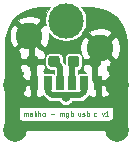
<source format=gbr>
%TF.GenerationSoftware,KiCad,Pcbnew,(5.1.10)-1*%
%TF.CreationDate,2021-08-30T23:33:42-07:00*%
%TF.ProjectId,MGB_USB_C,4d47425f-5553-4425-9f43-2e6b69636164,rev?*%
%TF.SameCoordinates,Original*%
%TF.FileFunction,Copper,L1,Top*%
%TF.FilePolarity,Positive*%
%FSLAX46Y46*%
G04 Gerber Fmt 4.6, Leading zero omitted, Abs format (unit mm)*
G04 Created by KiCad (PCBNEW (5.1.10)-1) date 2021-08-30 23:33:42*
%MOMM*%
%LPD*%
G01*
G04 APERTURE LIST*
%TA.AperFunction,NonConductor*%
%ADD10C,0.100000*%
%TD*%
%TA.AperFunction,SMDPad,CuDef*%
%ADD11R,0.700000X1.200000*%
%TD*%
%TA.AperFunction,SMDPad,CuDef*%
%ADD12R,0.760000X1.200000*%
%TD*%
%TA.AperFunction,SMDPad,CuDef*%
%ADD13R,0.800000X1.200000*%
%TD*%
%TA.AperFunction,ComponentPad*%
%ADD14C,2.000000*%
%TD*%
%TA.AperFunction,ComponentPad*%
%ADD15C,2.250000*%
%TD*%
%TA.AperFunction,ComponentPad*%
%ADD16C,3.000000*%
%TD*%
%TA.AperFunction,ViaPad*%
%ADD17C,0.800000*%
%TD*%
%TA.AperFunction,Conductor*%
%ADD18C,0.500000*%
%TD*%
%TA.AperFunction,Conductor*%
%ADD19C,0.100000*%
%TD*%
G04 APERTURE END LIST*
D10*
X142116619Y-105082952D02*
X142116619Y-104816285D01*
X142116619Y-104854380D02*
X142135666Y-104835333D01*
X142173761Y-104816285D01*
X142230904Y-104816285D01*
X142269000Y-104835333D01*
X142288047Y-104873428D01*
X142288047Y-105082952D01*
X142288047Y-104873428D02*
X142307095Y-104835333D01*
X142345190Y-104816285D01*
X142402333Y-104816285D01*
X142440428Y-104835333D01*
X142459476Y-104873428D01*
X142459476Y-105082952D01*
X142821380Y-105082952D02*
X142821380Y-104873428D01*
X142802333Y-104835333D01*
X142764238Y-104816285D01*
X142688047Y-104816285D01*
X142649952Y-104835333D01*
X142821380Y-105063904D02*
X142783285Y-105082952D01*
X142688047Y-105082952D01*
X142649952Y-105063904D01*
X142630904Y-105025809D01*
X142630904Y-104987714D01*
X142649952Y-104949619D01*
X142688047Y-104930571D01*
X142783285Y-104930571D01*
X142821380Y-104911523D01*
X143011857Y-105082952D02*
X143011857Y-104682952D01*
X143049952Y-104930571D02*
X143164238Y-105082952D01*
X143164238Y-104816285D02*
X143011857Y-104968666D01*
X143335666Y-105082952D02*
X143335666Y-104682952D01*
X143507095Y-105082952D02*
X143507095Y-104873428D01*
X143488047Y-104835333D01*
X143449952Y-104816285D01*
X143392809Y-104816285D01*
X143354714Y-104835333D01*
X143335666Y-104854380D01*
X143754714Y-105082952D02*
X143716619Y-105063904D01*
X143697571Y-105044857D01*
X143678523Y-105006761D01*
X143678523Y-104892476D01*
X143697571Y-104854380D01*
X143716619Y-104835333D01*
X143754714Y-104816285D01*
X143811857Y-104816285D01*
X143849952Y-104835333D01*
X143869000Y-104854380D01*
X143888047Y-104892476D01*
X143888047Y-105006761D01*
X143869000Y-105044857D01*
X143849952Y-105063904D01*
X143811857Y-105082952D01*
X143754714Y-105082952D01*
X144364238Y-104930571D02*
X144669000Y-104930571D01*
X145164238Y-105082952D02*
X145164238Y-104816285D01*
X145164238Y-104854380D02*
X145183285Y-104835333D01*
X145221380Y-104816285D01*
X145278523Y-104816285D01*
X145316619Y-104835333D01*
X145335666Y-104873428D01*
X145335666Y-105082952D01*
X145335666Y-104873428D02*
X145354714Y-104835333D01*
X145392809Y-104816285D01*
X145449952Y-104816285D01*
X145488047Y-104835333D01*
X145507095Y-104873428D01*
X145507095Y-105082952D01*
X145869000Y-104816285D02*
X145869000Y-105140095D01*
X145849952Y-105178190D01*
X145830904Y-105197238D01*
X145792809Y-105216285D01*
X145735666Y-105216285D01*
X145697571Y-105197238D01*
X145869000Y-105063904D02*
X145830904Y-105082952D01*
X145754714Y-105082952D01*
X145716619Y-105063904D01*
X145697571Y-105044857D01*
X145678523Y-105006761D01*
X145678523Y-104892476D01*
X145697571Y-104854380D01*
X145716619Y-104835333D01*
X145754714Y-104816285D01*
X145830904Y-104816285D01*
X145869000Y-104835333D01*
X146059476Y-105082952D02*
X146059476Y-104682952D01*
X146059476Y-104835333D02*
X146097571Y-104816285D01*
X146173761Y-104816285D01*
X146211857Y-104835333D01*
X146230904Y-104854380D01*
X146249952Y-104892476D01*
X146249952Y-105006761D01*
X146230904Y-105044857D01*
X146211857Y-105063904D01*
X146173761Y-105082952D01*
X146097571Y-105082952D01*
X146059476Y-105063904D01*
X146897571Y-104816285D02*
X146897571Y-105082952D01*
X146726142Y-104816285D02*
X146726142Y-105025809D01*
X146745190Y-105063904D01*
X146783285Y-105082952D01*
X146840428Y-105082952D01*
X146878523Y-105063904D01*
X146897571Y-105044857D01*
X147069000Y-105063904D02*
X147107095Y-105082952D01*
X147183285Y-105082952D01*
X147221380Y-105063904D01*
X147240428Y-105025809D01*
X147240428Y-105006761D01*
X147221380Y-104968666D01*
X147183285Y-104949619D01*
X147126142Y-104949619D01*
X147088047Y-104930571D01*
X147069000Y-104892476D01*
X147069000Y-104873428D01*
X147088047Y-104835333D01*
X147126142Y-104816285D01*
X147183285Y-104816285D01*
X147221380Y-104835333D01*
X147411857Y-105082952D02*
X147411857Y-104682952D01*
X147411857Y-104835333D02*
X147449952Y-104816285D01*
X147526142Y-104816285D01*
X147564238Y-104835333D01*
X147583285Y-104854380D01*
X147602333Y-104892476D01*
X147602333Y-105006761D01*
X147583285Y-105044857D01*
X147564238Y-105063904D01*
X147526142Y-105082952D01*
X147449952Y-105082952D01*
X147411857Y-105063904D01*
X148249952Y-105063904D02*
X148211857Y-105082952D01*
X148135666Y-105082952D01*
X148097571Y-105063904D01*
X148078523Y-105044857D01*
X148059476Y-105006761D01*
X148059476Y-104892476D01*
X148078523Y-104854380D01*
X148097571Y-104835333D01*
X148135666Y-104816285D01*
X148211857Y-104816285D01*
X148249952Y-104835333D01*
X148688047Y-104816285D02*
X148783285Y-105082952D01*
X148878523Y-104816285D01*
X149240428Y-105082952D02*
X149011857Y-105082952D01*
X149126142Y-105082952D02*
X149126142Y-104682952D01*
X149088047Y-104740095D01*
X149049952Y-104778190D01*
X149011857Y-104797238D01*
%TO.P,R2,2*%
%TO.N,Net-(P1-PadB5)*%
%TA.AperFunction,SMDPad,CuDef*%
G36*
G01*
X146796580Y-100227120D02*
X146796580Y-100702120D01*
G75*
G02*
X146559080Y-100939620I-237500J0D01*
G01*
X146059080Y-100939620D01*
G75*
G02*
X145821580Y-100702120I0J237500D01*
G01*
X145821580Y-100227120D01*
G75*
G02*
X146059080Y-99989620I237500J0D01*
G01*
X146559080Y-99989620D01*
G75*
G02*
X146796580Y-100227120I0J-237500D01*
G01*
G37*
%TD.AperFunction*%
%TO.P,R2,1*%
%TO.N,GND*%
%TA.AperFunction,SMDPad,CuDef*%
G36*
G01*
X148621580Y-100227120D02*
X148621580Y-100702120D01*
G75*
G02*
X148384080Y-100939620I-237500J0D01*
G01*
X147884080Y-100939620D01*
G75*
G02*
X147646580Y-100702120I0J237500D01*
G01*
X147646580Y-100227120D01*
G75*
G02*
X147884080Y-99989620I237500J0D01*
G01*
X148384080Y-99989620D01*
G75*
G02*
X148621580Y-100227120I0J-237500D01*
G01*
G37*
%TD.AperFunction*%
%TD*%
%TO.P,R1,2*%
%TO.N,Net-(P1-PadA5)*%
%TA.AperFunction,SMDPad,CuDef*%
G36*
G01*
X144170580Y-100689420D02*
X144170580Y-100214420D01*
G75*
G02*
X144408080Y-99976920I237500J0D01*
G01*
X144908080Y-99976920D01*
G75*
G02*
X145145580Y-100214420I0J-237500D01*
G01*
X145145580Y-100689420D01*
G75*
G02*
X144908080Y-100926920I-237500J0D01*
G01*
X144408080Y-100926920D01*
G75*
G02*
X144170580Y-100689420I0J237500D01*
G01*
G37*
%TD.AperFunction*%
%TO.P,R1,1*%
%TO.N,GND*%
%TA.AperFunction,SMDPad,CuDef*%
G36*
G01*
X142345580Y-100689420D02*
X142345580Y-100214420D01*
G75*
G02*
X142583080Y-99976920I237500J0D01*
G01*
X143083080Y-99976920D01*
G75*
G02*
X143320580Y-100214420I0J-237500D01*
G01*
X143320580Y-100689420D01*
G75*
G02*
X143083080Y-100926920I-237500J0D01*
G01*
X142583080Y-100926920D01*
G75*
G02*
X142345580Y-100689420I0J237500D01*
G01*
G37*
%TD.AperFunction*%
%TD*%
D11*
%TO.P,P1,A5*%
%TO.N,Net-(P1-PadA5)*%
X145172080Y-102293280D03*
D12*
%TO.P,P1,A9*%
%TO.N,Net-(J1-Pad1)*%
X147192080Y-102293280D03*
D13*
%TO.P,P1,A12*%
%TO.N,GND*%
X148422080Y-102293280D03*
D11*
%TO.P,P1,B5*%
%TO.N,Net-(P1-PadB5)*%
X146172080Y-102293280D03*
D12*
%TO.P,P1,B9*%
%TO.N,Net-(J1-Pad1)*%
X144152080Y-102293280D03*
D13*
%TO.P,P1,B12*%
%TO.N,GND*%
X142922080Y-102293280D03*
D14*
%TO.P,P1,MH1*%
X141352080Y-106243280D03*
%TO.P,P1,MH2*%
X149992080Y-106243280D03*
%TO.P,P1,MH3*%
X149992080Y-102443280D03*
%TO.P,P1,MH4*%
X141352080Y-102443280D03*
%TD*%
D15*
%TO.P,J1,2*%
%TO.N,GND*%
X142580360Y-98292920D03*
%TO.P,J1,3*%
X148574760Y-99308920D03*
D16*
%TO.P,J1,1*%
%TO.N,Net-(J1-Pad1)*%
X145653760Y-96997520D03*
%TD*%
D17*
%TO.N,Net-(J1-Pad1)*%
X145646140Y-103487220D03*
%TD*%
D18*
%TO.N,GND*%
X149842080Y-102293280D02*
X149992080Y-102443280D01*
X148422080Y-102293280D02*
X149842080Y-102293280D01*
X141502080Y-102293280D02*
X141352080Y-102443280D01*
X142922080Y-102293280D02*
X141502080Y-102293280D01*
X142922080Y-100540920D02*
X142833080Y-100451920D01*
X142922080Y-102293280D02*
X142922080Y-100540920D01*
X142833080Y-98545640D02*
X142580360Y-98292920D01*
X142833080Y-100451920D02*
X142833080Y-98545640D01*
X148574760Y-100023940D02*
X148134080Y-100464620D01*
X148574760Y-99308920D02*
X148574760Y-100023940D01*
X148134080Y-102005280D02*
X148422080Y-102293280D01*
X148134080Y-100464620D02*
X148134080Y-102005280D01*
%TO.N,Net-(J1-Pad1)*%
X144152080Y-103033282D02*
X144152080Y-102293280D01*
X144462079Y-103343281D02*
X144152080Y-103033282D01*
X147192080Y-103033282D02*
X146882081Y-103343281D01*
X147192080Y-102293280D02*
X147192080Y-103033282D01*
X145502201Y-103343281D02*
X145646140Y-103487220D01*
X145441241Y-103343281D02*
X145502201Y-103343281D01*
X146882081Y-103343281D02*
X145441241Y-103343281D01*
X145441241Y-103343281D02*
X144462079Y-103343281D01*
%TO.N,Net-(P1-PadA5)*%
X145172080Y-100965920D02*
X144658080Y-100451920D01*
X145172080Y-102293280D02*
X145172080Y-100965920D01*
%TO.N,Net-(P1-PadB5)*%
X146172080Y-100601620D02*
X146309080Y-100464620D01*
X146172080Y-102293280D02*
X146172080Y-100601620D01*
%TD*%
D19*
%TO.N,GND*%
X144294446Y-95881960D02*
X144102930Y-96168584D01*
X143971011Y-96487064D01*
X143903760Y-96825160D01*
X143903760Y-97169880D01*
X143953363Y-97419255D01*
X143812263Y-97349517D01*
X142868860Y-98292920D01*
X143812263Y-99236323D01*
X144058442Y-99114651D01*
X144190352Y-98810502D01*
X144260392Y-98486462D01*
X144265869Y-98154985D01*
X144244722Y-98038663D01*
X144294446Y-98113080D01*
X144538200Y-98356834D01*
X144824824Y-98548350D01*
X145143304Y-98680269D01*
X145481400Y-98747520D01*
X145826120Y-98747520D01*
X146164216Y-98680269D01*
X146482696Y-98548350D01*
X146769320Y-98356834D01*
X147013074Y-98113080D01*
X147037170Y-98077017D01*
X147631357Y-98077017D01*
X148574760Y-99020420D01*
X149518163Y-98077017D01*
X149396491Y-97830838D01*
X149092342Y-97698928D01*
X148768302Y-97628888D01*
X148436825Y-97623411D01*
X148110650Y-97682708D01*
X147802309Y-97804499D01*
X147753029Y-97830838D01*
X147631357Y-98077017D01*
X147037170Y-98077017D01*
X147204590Y-97826456D01*
X147336509Y-97507976D01*
X147403760Y-97169880D01*
X147403760Y-96825160D01*
X147336509Y-96487064D01*
X147204590Y-96168584D01*
X147013074Y-95881960D01*
X146970134Y-95839020D01*
X147824519Y-95839020D01*
X148418581Y-95897269D01*
X148981779Y-96067307D01*
X149501225Y-96343502D01*
X149957129Y-96715328D01*
X150332135Y-97168633D01*
X150611944Y-97686128D01*
X150785913Y-98248134D01*
X150848274Y-98841461D01*
X150848321Y-98854873D01*
X150848320Y-105414899D01*
X150831784Y-105583540D01*
X150785295Y-105737521D01*
X150709780Y-105879545D01*
X150608121Y-106004191D01*
X150484186Y-106106720D01*
X150342696Y-106183223D01*
X150189038Y-106230788D01*
X150020903Y-106248460D01*
X141338496Y-106247701D01*
X141169840Y-106231164D01*
X141015859Y-106184675D01*
X140873835Y-106109160D01*
X140749189Y-106007501D01*
X140646660Y-105883566D01*
X140570157Y-105742076D01*
X140522592Y-105588418D01*
X140504920Y-105420284D01*
X140504920Y-104339000D01*
X141721381Y-104339000D01*
X141721381Y-105539000D01*
X149616619Y-105539000D01*
X149616619Y-104339000D01*
X141721381Y-104339000D01*
X140504920Y-104339000D01*
X140504920Y-102893280D01*
X141961380Y-102893280D01*
X141972154Y-103002667D01*
X142004061Y-103107851D01*
X142055875Y-103204788D01*
X142125605Y-103289755D01*
X142210572Y-103359485D01*
X142307509Y-103411299D01*
X142412693Y-103443206D01*
X142522080Y-103453980D01*
X142578580Y-103451280D01*
X142718080Y-103311780D01*
X142718080Y-102497280D01*
X142103580Y-102497280D01*
X141964080Y-102636780D01*
X141961380Y-102893280D01*
X140504920Y-102893280D01*
X140504920Y-100926920D01*
X141784880Y-100926920D01*
X141795654Y-101036307D01*
X141827561Y-101141491D01*
X141879375Y-101238428D01*
X141949105Y-101323395D01*
X142034072Y-101393125D01*
X142046310Y-101399666D01*
X142004061Y-101478709D01*
X141972154Y-101583893D01*
X141961380Y-101693280D01*
X141964080Y-101949780D01*
X142103580Y-102089280D01*
X142718080Y-102089280D01*
X142718080Y-101274780D01*
X142629080Y-101185780D01*
X142629080Y-100655920D01*
X143037080Y-100655920D01*
X143037080Y-101345420D01*
X143126080Y-101434420D01*
X143126080Y-102089280D01*
X143146080Y-102089280D01*
X143146080Y-102497280D01*
X143126080Y-102497280D01*
X143126080Y-103311780D01*
X143265580Y-103451280D01*
X143322080Y-103453980D01*
X143431467Y-103443206D01*
X143536651Y-103411299D01*
X143633588Y-103359485D01*
X143718555Y-103289755D01*
X143720777Y-103287047D01*
X143734334Y-103312411D01*
X143796816Y-103388546D01*
X143815904Y-103404211D01*
X144091154Y-103679462D01*
X144106815Y-103698545D01*
X144182950Y-103761027D01*
X144269812Y-103807456D01*
X144364062Y-103836046D01*
X144462079Y-103845700D01*
X144486639Y-103843281D01*
X145102304Y-103843281D01*
X145141252Y-103901571D01*
X145231789Y-103992108D01*
X145338250Y-104063242D01*
X145456542Y-104112241D01*
X145582121Y-104137220D01*
X145710159Y-104137220D01*
X145835738Y-104112241D01*
X145954030Y-104063242D01*
X146060491Y-103992108D01*
X146151028Y-103901571D01*
X146189976Y-103843281D01*
X146857521Y-103843281D01*
X146882081Y-103845700D01*
X146906641Y-103843281D01*
X146980098Y-103836046D01*
X147074348Y-103807456D01*
X147161210Y-103761027D01*
X147237345Y-103698545D01*
X147253010Y-103679457D01*
X147528261Y-103404207D01*
X147547344Y-103388546D01*
X147609826Y-103312411D01*
X147623383Y-103287048D01*
X147625605Y-103289755D01*
X147710572Y-103359485D01*
X147807509Y-103411299D01*
X147912693Y-103443206D01*
X148022080Y-103453980D01*
X148078580Y-103451280D01*
X148218080Y-103311780D01*
X148218080Y-102497280D01*
X148626080Y-102497280D01*
X148626080Y-103311780D01*
X148765580Y-103451280D01*
X148822080Y-103453980D01*
X148931467Y-103443206D01*
X149036651Y-103411299D01*
X149133588Y-103359485D01*
X149218555Y-103289755D01*
X149288285Y-103204788D01*
X149340099Y-103107851D01*
X149372006Y-103002667D01*
X149382780Y-102893280D01*
X149380080Y-102636780D01*
X149240580Y-102497280D01*
X148626080Y-102497280D01*
X148218080Y-102497280D01*
X148198080Y-102497280D01*
X148198080Y-102089280D01*
X148218080Y-102089280D01*
X148218080Y-102069280D01*
X148626080Y-102069280D01*
X148626080Y-102089280D01*
X149240580Y-102089280D01*
X149380080Y-101949780D01*
X149382780Y-101693280D01*
X149372006Y-101583893D01*
X149340099Y-101478709D01*
X149288285Y-101381772D01*
X149218555Y-101296805D01*
X149133588Y-101227075D01*
X149107963Y-101213378D01*
X149139599Y-101154191D01*
X149171506Y-101049007D01*
X149182280Y-100939620D01*
X149181035Y-100878979D01*
X149347211Y-100813341D01*
X149396491Y-100787002D01*
X149518163Y-100540823D01*
X149139020Y-100161680D01*
X149179580Y-100121120D01*
X149182280Y-99989620D01*
X149171506Y-99880233D01*
X149139599Y-99775049D01*
X149087785Y-99678112D01*
X149018055Y-99593145D01*
X148933088Y-99523415D01*
X148836151Y-99471601D01*
X148730967Y-99439694D01*
X148621580Y-99428920D01*
X148477580Y-99431620D01*
X148338082Y-99571118D01*
X148338082Y-99431620D01*
X148163560Y-99431620D01*
X148286260Y-99308920D01*
X148863260Y-99308920D01*
X149806663Y-100252323D01*
X150052842Y-100130651D01*
X150184752Y-99826502D01*
X150254792Y-99502462D01*
X150260269Y-99170985D01*
X150200972Y-98844810D01*
X150079181Y-98536469D01*
X150052842Y-98487189D01*
X149806663Y-98365517D01*
X148863260Y-99308920D01*
X148286260Y-99308920D01*
X147342857Y-98365517D01*
X147096678Y-98487189D01*
X146964768Y-98791338D01*
X146894728Y-99115378D01*
X146889251Y-99446855D01*
X146948548Y-99773030D01*
X147070339Y-100081371D01*
X147088460Y-100115275D01*
X147088580Y-100121120D01*
X147095033Y-100127573D01*
X147096678Y-100130651D01*
X147099511Y-100132051D01*
X147228080Y-100260620D01*
X147911560Y-100260620D01*
X147631357Y-100540823D01*
X147694520Y-100668620D01*
X147228080Y-100668620D01*
X147088580Y-100808120D01*
X147085880Y-100939620D01*
X147096654Y-101049007D01*
X147128561Y-101154191D01*
X147180375Y-101251128D01*
X147250105Y-101336095D01*
X147335072Y-101405825D01*
X147402883Y-101442071D01*
X146812080Y-101442071D01*
X146763072Y-101446898D01*
X146715946Y-101461193D01*
X146672516Y-101484407D01*
X146672080Y-101484765D01*
X146672080Y-101176082D01*
X146746101Y-101153628D01*
X146830592Y-101108467D01*
X146904649Y-101047689D01*
X146965427Y-100973632D01*
X147010588Y-100889141D01*
X147038399Y-100797462D01*
X147047789Y-100702120D01*
X147047789Y-100227120D01*
X147038399Y-100131778D01*
X147010588Y-100040099D01*
X146965427Y-99955608D01*
X146904649Y-99881551D01*
X146830592Y-99820773D01*
X146746101Y-99775612D01*
X146654422Y-99747801D01*
X146559080Y-99738411D01*
X146059080Y-99738411D01*
X145963738Y-99747801D01*
X145872059Y-99775612D01*
X145787568Y-99820773D01*
X145713511Y-99881551D01*
X145652733Y-99955608D01*
X145607572Y-100040099D01*
X145579761Y-100131778D01*
X145570371Y-100227120D01*
X145570371Y-100663085D01*
X145527344Y-100610656D01*
X145508266Y-100594999D01*
X145396789Y-100483523D01*
X145396789Y-100214420D01*
X145387399Y-100119078D01*
X145359588Y-100027399D01*
X145314427Y-99942908D01*
X145253649Y-99868851D01*
X145179592Y-99808073D01*
X145095101Y-99762912D01*
X145003422Y-99735101D01*
X144908080Y-99725711D01*
X144408080Y-99725711D01*
X144312738Y-99735101D01*
X144221059Y-99762912D01*
X144136568Y-99808073D01*
X144062511Y-99868851D01*
X144001733Y-99942908D01*
X143956572Y-100027399D01*
X143928761Y-100119078D01*
X143919371Y-100214420D01*
X143919371Y-100689420D01*
X143928761Y-100784762D01*
X143956572Y-100876441D01*
X144001733Y-100960932D01*
X144062511Y-101034989D01*
X144136568Y-101095767D01*
X144221059Y-101140928D01*
X144312738Y-101168739D01*
X144408080Y-101178129D01*
X144672081Y-101178129D01*
X144672081Y-101484765D01*
X144671644Y-101484407D01*
X144628214Y-101461193D01*
X144581088Y-101446898D01*
X144532080Y-101442071D01*
X143820516Y-101442071D01*
X143788285Y-101381772D01*
X143728716Y-101309186D01*
X143786785Y-101238428D01*
X143838599Y-101141491D01*
X143870506Y-101036307D01*
X143881280Y-100926920D01*
X143878580Y-100795420D01*
X143739080Y-100655920D01*
X143037080Y-100655920D01*
X142629080Y-100655920D01*
X141927080Y-100655920D01*
X141787580Y-100795420D01*
X141784880Y-100926920D01*
X140504920Y-100926920D01*
X140504920Y-99524823D01*
X141636957Y-99524823D01*
X141758629Y-99771002D01*
X141817227Y-99796416D01*
X141795654Y-99867533D01*
X141784880Y-99976920D01*
X141787580Y-100108420D01*
X141927080Y-100247920D01*
X142629080Y-100247920D01*
X142629080Y-100227920D01*
X143037080Y-100227920D01*
X143037080Y-100247920D01*
X143739080Y-100247920D01*
X143878580Y-100108420D01*
X143881280Y-99976920D01*
X143870506Y-99867533D01*
X143838599Y-99762349D01*
X143786785Y-99665412D01*
X143717055Y-99580445D01*
X143632088Y-99510715D01*
X143535151Y-99458901D01*
X143429967Y-99426994D01*
X143425493Y-99426553D01*
X142580360Y-98581420D01*
X141636957Y-99524823D01*
X140504920Y-99524823D01*
X140504920Y-98862821D01*
X140547275Y-98430855D01*
X140894851Y-98430855D01*
X140954148Y-98757030D01*
X141075939Y-99065371D01*
X141102278Y-99114651D01*
X141348457Y-99236323D01*
X142291860Y-98292920D01*
X141348457Y-97349517D01*
X141102278Y-97471189D01*
X140970368Y-97775338D01*
X140900328Y-98099378D01*
X140894851Y-98430855D01*
X140547275Y-98430855D01*
X140563169Y-98268759D01*
X140733207Y-97705561D01*
X141009402Y-97186115D01*
X141111429Y-97061017D01*
X141636957Y-97061017D01*
X142580360Y-98004420D01*
X143523763Y-97061017D01*
X143402091Y-96814838D01*
X143097942Y-96682928D01*
X142773902Y-96612888D01*
X142442425Y-96607411D01*
X142116250Y-96666708D01*
X141807909Y-96788499D01*
X141758629Y-96814838D01*
X141636957Y-97061017D01*
X141111429Y-97061017D01*
X141381228Y-96730211D01*
X141834533Y-96355205D01*
X142352028Y-96075396D01*
X142914034Y-95901427D01*
X143507361Y-95839066D01*
X143520487Y-95839020D01*
X144337386Y-95839020D01*
X144294446Y-95881960D01*
%TA.AperFunction,Conductor*%
G36*
X144294446Y-95881960D02*
G01*
X144102930Y-96168584D01*
X143971011Y-96487064D01*
X143903760Y-96825160D01*
X143903760Y-97169880D01*
X143953363Y-97419255D01*
X143812263Y-97349517D01*
X142868860Y-98292920D01*
X143812263Y-99236323D01*
X144058442Y-99114651D01*
X144190352Y-98810502D01*
X144260392Y-98486462D01*
X144265869Y-98154985D01*
X144244722Y-98038663D01*
X144294446Y-98113080D01*
X144538200Y-98356834D01*
X144824824Y-98548350D01*
X145143304Y-98680269D01*
X145481400Y-98747520D01*
X145826120Y-98747520D01*
X146164216Y-98680269D01*
X146482696Y-98548350D01*
X146769320Y-98356834D01*
X147013074Y-98113080D01*
X147037170Y-98077017D01*
X147631357Y-98077017D01*
X148574760Y-99020420D01*
X149518163Y-98077017D01*
X149396491Y-97830838D01*
X149092342Y-97698928D01*
X148768302Y-97628888D01*
X148436825Y-97623411D01*
X148110650Y-97682708D01*
X147802309Y-97804499D01*
X147753029Y-97830838D01*
X147631357Y-98077017D01*
X147037170Y-98077017D01*
X147204590Y-97826456D01*
X147336509Y-97507976D01*
X147403760Y-97169880D01*
X147403760Y-96825160D01*
X147336509Y-96487064D01*
X147204590Y-96168584D01*
X147013074Y-95881960D01*
X146970134Y-95839020D01*
X147824519Y-95839020D01*
X148418581Y-95897269D01*
X148981779Y-96067307D01*
X149501225Y-96343502D01*
X149957129Y-96715328D01*
X150332135Y-97168633D01*
X150611944Y-97686128D01*
X150785913Y-98248134D01*
X150848274Y-98841461D01*
X150848321Y-98854873D01*
X150848320Y-105414899D01*
X150831784Y-105583540D01*
X150785295Y-105737521D01*
X150709780Y-105879545D01*
X150608121Y-106004191D01*
X150484186Y-106106720D01*
X150342696Y-106183223D01*
X150189038Y-106230788D01*
X150020903Y-106248460D01*
X141338496Y-106247701D01*
X141169840Y-106231164D01*
X141015859Y-106184675D01*
X140873835Y-106109160D01*
X140749189Y-106007501D01*
X140646660Y-105883566D01*
X140570157Y-105742076D01*
X140522592Y-105588418D01*
X140504920Y-105420284D01*
X140504920Y-104339000D01*
X141721381Y-104339000D01*
X141721381Y-105539000D01*
X149616619Y-105539000D01*
X149616619Y-104339000D01*
X141721381Y-104339000D01*
X140504920Y-104339000D01*
X140504920Y-102893280D01*
X141961380Y-102893280D01*
X141972154Y-103002667D01*
X142004061Y-103107851D01*
X142055875Y-103204788D01*
X142125605Y-103289755D01*
X142210572Y-103359485D01*
X142307509Y-103411299D01*
X142412693Y-103443206D01*
X142522080Y-103453980D01*
X142578580Y-103451280D01*
X142718080Y-103311780D01*
X142718080Y-102497280D01*
X142103580Y-102497280D01*
X141964080Y-102636780D01*
X141961380Y-102893280D01*
X140504920Y-102893280D01*
X140504920Y-100926920D01*
X141784880Y-100926920D01*
X141795654Y-101036307D01*
X141827561Y-101141491D01*
X141879375Y-101238428D01*
X141949105Y-101323395D01*
X142034072Y-101393125D01*
X142046310Y-101399666D01*
X142004061Y-101478709D01*
X141972154Y-101583893D01*
X141961380Y-101693280D01*
X141964080Y-101949780D01*
X142103580Y-102089280D01*
X142718080Y-102089280D01*
X142718080Y-101274780D01*
X142629080Y-101185780D01*
X142629080Y-100655920D01*
X143037080Y-100655920D01*
X143037080Y-101345420D01*
X143126080Y-101434420D01*
X143126080Y-102089280D01*
X143146080Y-102089280D01*
X143146080Y-102497280D01*
X143126080Y-102497280D01*
X143126080Y-103311780D01*
X143265580Y-103451280D01*
X143322080Y-103453980D01*
X143431467Y-103443206D01*
X143536651Y-103411299D01*
X143633588Y-103359485D01*
X143718555Y-103289755D01*
X143720777Y-103287047D01*
X143734334Y-103312411D01*
X143796816Y-103388546D01*
X143815904Y-103404211D01*
X144091154Y-103679462D01*
X144106815Y-103698545D01*
X144182950Y-103761027D01*
X144269812Y-103807456D01*
X144364062Y-103836046D01*
X144462079Y-103845700D01*
X144486639Y-103843281D01*
X145102304Y-103843281D01*
X145141252Y-103901571D01*
X145231789Y-103992108D01*
X145338250Y-104063242D01*
X145456542Y-104112241D01*
X145582121Y-104137220D01*
X145710159Y-104137220D01*
X145835738Y-104112241D01*
X145954030Y-104063242D01*
X146060491Y-103992108D01*
X146151028Y-103901571D01*
X146189976Y-103843281D01*
X146857521Y-103843281D01*
X146882081Y-103845700D01*
X146906641Y-103843281D01*
X146980098Y-103836046D01*
X147074348Y-103807456D01*
X147161210Y-103761027D01*
X147237345Y-103698545D01*
X147253010Y-103679457D01*
X147528261Y-103404207D01*
X147547344Y-103388546D01*
X147609826Y-103312411D01*
X147623383Y-103287048D01*
X147625605Y-103289755D01*
X147710572Y-103359485D01*
X147807509Y-103411299D01*
X147912693Y-103443206D01*
X148022080Y-103453980D01*
X148078580Y-103451280D01*
X148218080Y-103311780D01*
X148218080Y-102497280D01*
X148626080Y-102497280D01*
X148626080Y-103311780D01*
X148765580Y-103451280D01*
X148822080Y-103453980D01*
X148931467Y-103443206D01*
X149036651Y-103411299D01*
X149133588Y-103359485D01*
X149218555Y-103289755D01*
X149288285Y-103204788D01*
X149340099Y-103107851D01*
X149372006Y-103002667D01*
X149382780Y-102893280D01*
X149380080Y-102636780D01*
X149240580Y-102497280D01*
X148626080Y-102497280D01*
X148218080Y-102497280D01*
X148198080Y-102497280D01*
X148198080Y-102089280D01*
X148218080Y-102089280D01*
X148218080Y-102069280D01*
X148626080Y-102069280D01*
X148626080Y-102089280D01*
X149240580Y-102089280D01*
X149380080Y-101949780D01*
X149382780Y-101693280D01*
X149372006Y-101583893D01*
X149340099Y-101478709D01*
X149288285Y-101381772D01*
X149218555Y-101296805D01*
X149133588Y-101227075D01*
X149107963Y-101213378D01*
X149139599Y-101154191D01*
X149171506Y-101049007D01*
X149182280Y-100939620D01*
X149181035Y-100878979D01*
X149347211Y-100813341D01*
X149396491Y-100787002D01*
X149518163Y-100540823D01*
X149139020Y-100161680D01*
X149179580Y-100121120D01*
X149182280Y-99989620D01*
X149171506Y-99880233D01*
X149139599Y-99775049D01*
X149087785Y-99678112D01*
X149018055Y-99593145D01*
X148933088Y-99523415D01*
X148836151Y-99471601D01*
X148730967Y-99439694D01*
X148621580Y-99428920D01*
X148477580Y-99431620D01*
X148338082Y-99571118D01*
X148338082Y-99431620D01*
X148163560Y-99431620D01*
X148286260Y-99308920D01*
X148863260Y-99308920D01*
X149806663Y-100252323D01*
X150052842Y-100130651D01*
X150184752Y-99826502D01*
X150254792Y-99502462D01*
X150260269Y-99170985D01*
X150200972Y-98844810D01*
X150079181Y-98536469D01*
X150052842Y-98487189D01*
X149806663Y-98365517D01*
X148863260Y-99308920D01*
X148286260Y-99308920D01*
X147342857Y-98365517D01*
X147096678Y-98487189D01*
X146964768Y-98791338D01*
X146894728Y-99115378D01*
X146889251Y-99446855D01*
X146948548Y-99773030D01*
X147070339Y-100081371D01*
X147088460Y-100115275D01*
X147088580Y-100121120D01*
X147095033Y-100127573D01*
X147096678Y-100130651D01*
X147099511Y-100132051D01*
X147228080Y-100260620D01*
X147911560Y-100260620D01*
X147631357Y-100540823D01*
X147694520Y-100668620D01*
X147228080Y-100668620D01*
X147088580Y-100808120D01*
X147085880Y-100939620D01*
X147096654Y-101049007D01*
X147128561Y-101154191D01*
X147180375Y-101251128D01*
X147250105Y-101336095D01*
X147335072Y-101405825D01*
X147402883Y-101442071D01*
X146812080Y-101442071D01*
X146763072Y-101446898D01*
X146715946Y-101461193D01*
X146672516Y-101484407D01*
X146672080Y-101484765D01*
X146672080Y-101176082D01*
X146746101Y-101153628D01*
X146830592Y-101108467D01*
X146904649Y-101047689D01*
X146965427Y-100973632D01*
X147010588Y-100889141D01*
X147038399Y-100797462D01*
X147047789Y-100702120D01*
X147047789Y-100227120D01*
X147038399Y-100131778D01*
X147010588Y-100040099D01*
X146965427Y-99955608D01*
X146904649Y-99881551D01*
X146830592Y-99820773D01*
X146746101Y-99775612D01*
X146654422Y-99747801D01*
X146559080Y-99738411D01*
X146059080Y-99738411D01*
X145963738Y-99747801D01*
X145872059Y-99775612D01*
X145787568Y-99820773D01*
X145713511Y-99881551D01*
X145652733Y-99955608D01*
X145607572Y-100040099D01*
X145579761Y-100131778D01*
X145570371Y-100227120D01*
X145570371Y-100663085D01*
X145527344Y-100610656D01*
X145508266Y-100594999D01*
X145396789Y-100483523D01*
X145396789Y-100214420D01*
X145387399Y-100119078D01*
X145359588Y-100027399D01*
X145314427Y-99942908D01*
X145253649Y-99868851D01*
X145179592Y-99808073D01*
X145095101Y-99762912D01*
X145003422Y-99735101D01*
X144908080Y-99725711D01*
X144408080Y-99725711D01*
X144312738Y-99735101D01*
X144221059Y-99762912D01*
X144136568Y-99808073D01*
X144062511Y-99868851D01*
X144001733Y-99942908D01*
X143956572Y-100027399D01*
X143928761Y-100119078D01*
X143919371Y-100214420D01*
X143919371Y-100689420D01*
X143928761Y-100784762D01*
X143956572Y-100876441D01*
X144001733Y-100960932D01*
X144062511Y-101034989D01*
X144136568Y-101095767D01*
X144221059Y-101140928D01*
X144312738Y-101168739D01*
X144408080Y-101178129D01*
X144672081Y-101178129D01*
X144672081Y-101484765D01*
X144671644Y-101484407D01*
X144628214Y-101461193D01*
X144581088Y-101446898D01*
X144532080Y-101442071D01*
X143820516Y-101442071D01*
X143788285Y-101381772D01*
X143728716Y-101309186D01*
X143786785Y-101238428D01*
X143838599Y-101141491D01*
X143870506Y-101036307D01*
X143881280Y-100926920D01*
X143878580Y-100795420D01*
X143739080Y-100655920D01*
X143037080Y-100655920D01*
X142629080Y-100655920D01*
X141927080Y-100655920D01*
X141787580Y-100795420D01*
X141784880Y-100926920D01*
X140504920Y-100926920D01*
X140504920Y-99524823D01*
X141636957Y-99524823D01*
X141758629Y-99771002D01*
X141817227Y-99796416D01*
X141795654Y-99867533D01*
X141784880Y-99976920D01*
X141787580Y-100108420D01*
X141927080Y-100247920D01*
X142629080Y-100247920D01*
X142629080Y-100227920D01*
X143037080Y-100227920D01*
X143037080Y-100247920D01*
X143739080Y-100247920D01*
X143878580Y-100108420D01*
X143881280Y-99976920D01*
X143870506Y-99867533D01*
X143838599Y-99762349D01*
X143786785Y-99665412D01*
X143717055Y-99580445D01*
X143632088Y-99510715D01*
X143535151Y-99458901D01*
X143429967Y-99426994D01*
X143425493Y-99426553D01*
X142580360Y-98581420D01*
X141636957Y-99524823D01*
X140504920Y-99524823D01*
X140504920Y-98862821D01*
X140547275Y-98430855D01*
X140894851Y-98430855D01*
X140954148Y-98757030D01*
X141075939Y-99065371D01*
X141102278Y-99114651D01*
X141348457Y-99236323D01*
X142291860Y-98292920D01*
X141348457Y-97349517D01*
X141102278Y-97471189D01*
X140970368Y-97775338D01*
X140900328Y-98099378D01*
X140894851Y-98430855D01*
X140547275Y-98430855D01*
X140563169Y-98268759D01*
X140733207Y-97705561D01*
X141009402Y-97186115D01*
X141111429Y-97061017D01*
X141636957Y-97061017D01*
X142580360Y-98004420D01*
X143523763Y-97061017D01*
X143402091Y-96814838D01*
X143097942Y-96682928D01*
X142773902Y-96612888D01*
X142442425Y-96607411D01*
X142116250Y-96666708D01*
X141807909Y-96788499D01*
X141758629Y-96814838D01*
X141636957Y-97061017D01*
X141111429Y-97061017D01*
X141381228Y-96730211D01*
X141834533Y-96355205D01*
X142352028Y-96075396D01*
X142914034Y-95901427D01*
X143507361Y-95839066D01*
X143520487Y-95839020D01*
X144337386Y-95839020D01*
X144294446Y-95881960D01*
G37*
%TD.AperFunction*%
%TD*%
M02*

</source>
